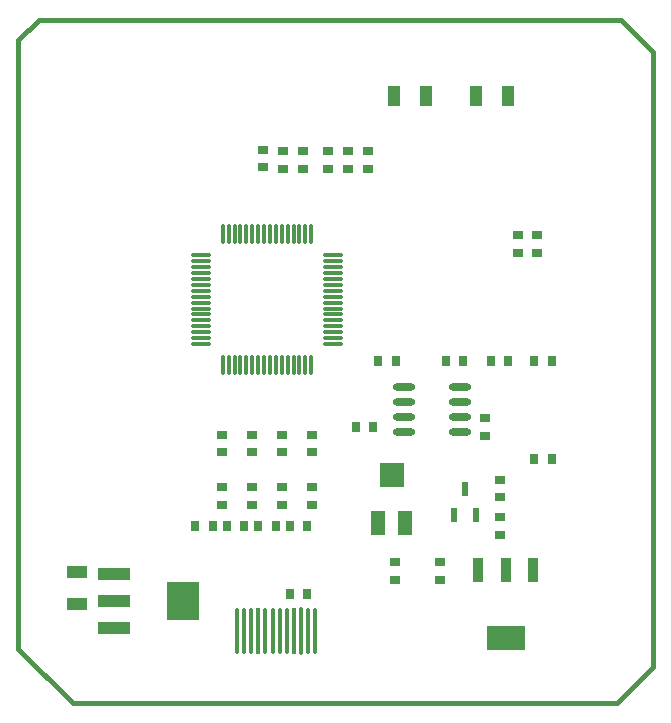
<source format=gbr>
%FSTAX24Y24*%
%MOIN*%
%SFA1B1*%

%IPPOS*%
%AMD23*
4,1,8,0.002900,0.078700,-0.002900,0.078700,-0.005900,0.075700,-0.005900,-0.075700,-0.002900,-0.078700,0.002900,-0.078700,0.005900,-0.075700,0.005900,0.075700,0.002900,0.078700,0.0*
1,1,0.006000,0.002900,0.075700*
1,1,0.006000,-0.002900,0.075700*
1,1,0.006000,-0.002900,-0.075700*
1,1,0.006000,0.002900,-0.075700*
%
%ADD10O,0.070900X0.011800*%
%ADD11O,0.011800X0.070900*%
%ADD12R,0.035400X0.027600*%
%ADD13R,0.106300X0.129900*%
%ADD14R,0.106300X0.039400*%
%ADD15R,0.051200X0.078700*%
%ADD16R,0.078700X0.078700*%
%ADD17R,0.027600X0.035400*%
%ADD18R,0.035400X0.082700*%
%ADD19R,0.126000X0.082700*%
%ADD20O,0.074800X0.023600*%
%ADD21O,0.011800X0.157500*%
%ADD22R,0.011800X0.157500*%
G04~CAMADD=23~8~0.0~0.0~118.0~1575.0~30.0~0.0~15~0.0~0.0~0.0~0.0~0~0.0~0.0~0.0~0.0~0~0.0~0.0~0.0~0.0~118.0~1575.0*
%ADD23D23*%
%ADD24R,0.023600X0.045300*%
%ADD25R,0.043300X0.066900*%
%ADD26R,0.066900X0.043300*%
%ADD34C,0.016000*%
%LNpcb1-1*%
%LPD*%
G54D10*
X016811Y03862D03*
Y038817D03*
Y039014D03*
Y039211D03*
Y039408D03*
Y039604D03*
Y039801D03*
Y039998D03*
Y040195D03*
Y040392D03*
Y040589D03*
Y040786D03*
Y040982D03*
Y041179D03*
Y041376D03*
Y041573D03*
X021181D03*
Y041376D03*
Y041179D03*
Y040982D03*
Y040786D03*
Y040589D03*
Y040392D03*
Y040195D03*
Y039998D03*
Y039801D03*
Y039604D03*
Y039408D03*
Y039211D03*
Y039014D03*
Y038817D03*
Y03862D03*
G54D11*
X01752Y042282D03*
X017717D03*
X017913D03*
X01811D03*
X018307D03*
X018504D03*
X018701D03*
X018898D03*
X019094D03*
X019291D03*
X019488D03*
X019685D03*
X019882D03*
X020079D03*
X020276D03*
X020472D03*
Y037912D03*
X020276D03*
X020079D03*
X019882D03*
X019685D03*
X019488D03*
X019291D03*
X019094D03*
X018898D03*
X018701D03*
X018504D03*
X018307D03*
X01811D03*
X017913D03*
X017717D03*
X01752D03*
G54D12*
X022362Y044468D03*
Y045059D03*
X018858Y044508D03*
Y045098D03*
X019528Y044468D03*
Y045059D03*
X020197Y044468D03*
Y045059D03*
X021024Y044468D03*
Y045059D03*
X021693Y044468D03*
Y045059D03*
X02325Y031345D03*
Y030755D03*
X02675Y033505D03*
Y034095D03*
Y032845D03*
Y032255D03*
X02475Y030755D03*
Y031345D03*
X028Y041655D03*
Y042245D03*
X02735Y041655D03*
Y042245D03*
X02625Y035555D03*
Y036145D03*
X0175Y0356D03*
Y035009D03*
X0185Y0356D03*
Y035009D03*
X0175Y033259D03*
Y03385D03*
X0185Y033259D03*
Y03385D03*
X0195Y033259D03*
Y03385D03*
X0205Y033259D03*
Y03385D03*
X0195Y035009D03*
Y0356D03*
X0205Y035009D03*
Y0356D03*
G54D13*
X016211Y03005D03*
G54D14*
X013889Y029144D03*
Y03005D03*
Y030956D03*
G54D15*
X022697Y032663D03*
X023603D03*
G54D16*
X02315Y034237D03*
G54D17*
X028495Y03805D03*
X027905D03*
X022705D03*
X023295D03*
X026455D03*
X027045D03*
X027905Y0348D03*
X028495D03*
X024955Y03805D03*
X025545D03*
X021955Y03585D03*
X022545D03*
X019755Y032555D03*
X020345D03*
X018705D03*
X019295D03*
X018245D03*
X017655D03*
X019755Y0303D03*
X020345D03*
X016605Y03255D03*
X017195D03*
G54D18*
X027856Y031072D03*
X02695D03*
X026044D03*
G54D19*
X02695Y028828D03*
G54D20*
X023575Y0372D03*
Y0367D03*
Y0362D03*
Y0357D03*
X025425Y0372D03*
Y0367D03*
Y0362D03*
Y0357D03*
G54D21*
X018Y02905D03*
X018236D03*
X018472D03*
X018945D03*
X019181D03*
X019417D03*
X019654D03*
X020362D03*
X020598D03*
G54D22*
X018709Y02905D03*
X01989D03*
G54D23*
X020126Y02905D03*
G54D24*
X0256Y033793D03*
X025974Y032907D03*
X025226D03*
G54D25*
X027032Y0469D03*
X025968D03*
X024281D03*
X023219D03*
G54D26*
X01265Y029969D03*
Y031031D03*
G54D34*
X010709Y048743D02*
X011389Y049423D01*
X010709Y048614D02*
Y048743D01*
Y048614D02*
Y048706D01*
Y028463D02*
Y048614D01*
Y028463D02*
X012532Y02664D01*
X030649*
X03187Y027861*
Y048359*
X030806Y049423D02*
X03187Y048359D01*
X011389Y049423D02*
X030806D01*
M02*
</source>
